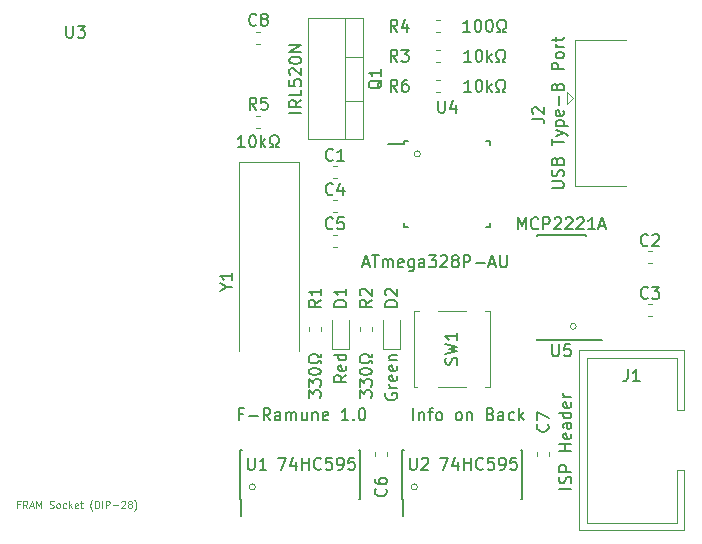
<source format=gto>
G04 #@! TF.GenerationSoftware,KiCad,Pcbnew,(5.1.0)-1*
G04 #@! TF.CreationDate,2019-05-24T23:33:48-04:00*
G04 #@! TF.ProjectId,f-ramune_avr,662d7261-6d75-46e6-955f-6176722e6b69,rev?*
G04 #@! TF.SameCoordinates,Original*
G04 #@! TF.FileFunction,Legend,Top*
G04 #@! TF.FilePolarity,Positive*
%FSLAX46Y46*%
G04 Gerber Fmt 4.6, Leading zero omitted, Abs format (unit mm)*
G04 Created by KiCad (PCBNEW (5.1.0)-1) date 2019-05-24 23:33:48*
%MOMM*%
%LPD*%
G04 APERTURE LIST*
%ADD10C,0.150000*%
%ADD11C,0.120000*%
%ADD12C,0.090000*%
G04 APERTURE END LIST*
D10*
X143312142Y-118308380D02*
X143312142Y-117308380D01*
X143788333Y-117641714D02*
X143788333Y-118308380D01*
X143788333Y-117736952D02*
X143835952Y-117689333D01*
X143931190Y-117641714D01*
X144074047Y-117641714D01*
X144169285Y-117689333D01*
X144216904Y-117784571D01*
X144216904Y-118308380D01*
X144550238Y-117641714D02*
X144931190Y-117641714D01*
X144693095Y-118308380D02*
X144693095Y-117451238D01*
X144740714Y-117356000D01*
X144835952Y-117308380D01*
X144931190Y-117308380D01*
X145407380Y-118308380D02*
X145312142Y-118260761D01*
X145264523Y-118213142D01*
X145216904Y-118117904D01*
X145216904Y-117832190D01*
X145264523Y-117736952D01*
X145312142Y-117689333D01*
X145407380Y-117641714D01*
X145550238Y-117641714D01*
X145645476Y-117689333D01*
X145693095Y-117736952D01*
X145740714Y-117832190D01*
X145740714Y-118117904D01*
X145693095Y-118213142D01*
X145645476Y-118260761D01*
X145550238Y-118308380D01*
X145407380Y-118308380D01*
X147074047Y-118308380D02*
X146978809Y-118260761D01*
X146931190Y-118213142D01*
X146883571Y-118117904D01*
X146883571Y-117832190D01*
X146931190Y-117736952D01*
X146978809Y-117689333D01*
X147074047Y-117641714D01*
X147216904Y-117641714D01*
X147312142Y-117689333D01*
X147359761Y-117736952D01*
X147407380Y-117832190D01*
X147407380Y-118117904D01*
X147359761Y-118213142D01*
X147312142Y-118260761D01*
X147216904Y-118308380D01*
X147074047Y-118308380D01*
X147835952Y-117641714D02*
X147835952Y-118308380D01*
X147835952Y-117736952D02*
X147883571Y-117689333D01*
X147978809Y-117641714D01*
X148121666Y-117641714D01*
X148216904Y-117689333D01*
X148264523Y-117784571D01*
X148264523Y-118308380D01*
X149835952Y-117784571D02*
X149978809Y-117832190D01*
X150026428Y-117879809D01*
X150074047Y-117975047D01*
X150074047Y-118117904D01*
X150026428Y-118213142D01*
X149978809Y-118260761D01*
X149883571Y-118308380D01*
X149502619Y-118308380D01*
X149502619Y-117308380D01*
X149835952Y-117308380D01*
X149931190Y-117356000D01*
X149978809Y-117403619D01*
X150026428Y-117498857D01*
X150026428Y-117594095D01*
X149978809Y-117689333D01*
X149931190Y-117736952D01*
X149835952Y-117784571D01*
X149502619Y-117784571D01*
X150931190Y-118308380D02*
X150931190Y-117784571D01*
X150883571Y-117689333D01*
X150788333Y-117641714D01*
X150597857Y-117641714D01*
X150502619Y-117689333D01*
X150931190Y-118260761D02*
X150835952Y-118308380D01*
X150597857Y-118308380D01*
X150502619Y-118260761D01*
X150455000Y-118165523D01*
X150455000Y-118070285D01*
X150502619Y-117975047D01*
X150597857Y-117927428D01*
X150835952Y-117927428D01*
X150931190Y-117879809D01*
X151835952Y-118260761D02*
X151740714Y-118308380D01*
X151550238Y-118308380D01*
X151455000Y-118260761D01*
X151407380Y-118213142D01*
X151359761Y-118117904D01*
X151359761Y-117832190D01*
X151407380Y-117736952D01*
X151455000Y-117689333D01*
X151550238Y-117641714D01*
X151740714Y-117641714D01*
X151835952Y-117689333D01*
X152264523Y-118308380D02*
X152264523Y-117308380D01*
X152359761Y-117927428D02*
X152645476Y-118308380D01*
X152645476Y-117641714D02*
X152264523Y-118022666D01*
X128858000Y-117784571D02*
X128524666Y-117784571D01*
X128524666Y-118308380D02*
X128524666Y-117308380D01*
X129000857Y-117308380D01*
X129381809Y-117927428D02*
X130143714Y-117927428D01*
X131191333Y-118308380D02*
X130858000Y-117832190D01*
X130619904Y-118308380D02*
X130619904Y-117308380D01*
X131000857Y-117308380D01*
X131096095Y-117356000D01*
X131143714Y-117403619D01*
X131191333Y-117498857D01*
X131191333Y-117641714D01*
X131143714Y-117736952D01*
X131096095Y-117784571D01*
X131000857Y-117832190D01*
X130619904Y-117832190D01*
X132048476Y-118308380D02*
X132048476Y-117784571D01*
X132000857Y-117689333D01*
X131905619Y-117641714D01*
X131715142Y-117641714D01*
X131619904Y-117689333D01*
X132048476Y-118260761D02*
X131953238Y-118308380D01*
X131715142Y-118308380D01*
X131619904Y-118260761D01*
X131572285Y-118165523D01*
X131572285Y-118070285D01*
X131619904Y-117975047D01*
X131715142Y-117927428D01*
X131953238Y-117927428D01*
X132048476Y-117879809D01*
X132524666Y-118308380D02*
X132524666Y-117641714D01*
X132524666Y-117736952D02*
X132572285Y-117689333D01*
X132667523Y-117641714D01*
X132810380Y-117641714D01*
X132905619Y-117689333D01*
X132953238Y-117784571D01*
X132953238Y-118308380D01*
X132953238Y-117784571D02*
X133000857Y-117689333D01*
X133096095Y-117641714D01*
X133238952Y-117641714D01*
X133334190Y-117689333D01*
X133381809Y-117784571D01*
X133381809Y-118308380D01*
X134286571Y-117641714D02*
X134286571Y-118308380D01*
X133858000Y-117641714D02*
X133858000Y-118165523D01*
X133905619Y-118260761D01*
X134000857Y-118308380D01*
X134143714Y-118308380D01*
X134238952Y-118260761D01*
X134286571Y-118213142D01*
X134762761Y-117641714D02*
X134762761Y-118308380D01*
X134762761Y-117736952D02*
X134810380Y-117689333D01*
X134905619Y-117641714D01*
X135048476Y-117641714D01*
X135143714Y-117689333D01*
X135191333Y-117784571D01*
X135191333Y-118308380D01*
X136048476Y-118260761D02*
X135953238Y-118308380D01*
X135762761Y-118308380D01*
X135667523Y-118260761D01*
X135619904Y-118165523D01*
X135619904Y-117784571D01*
X135667523Y-117689333D01*
X135762761Y-117641714D01*
X135953238Y-117641714D01*
X136048476Y-117689333D01*
X136096095Y-117784571D01*
X136096095Y-117879809D01*
X135619904Y-117975047D01*
X137810380Y-118308380D02*
X137238952Y-118308380D01*
X137524666Y-118308380D02*
X137524666Y-117308380D01*
X137429428Y-117451238D01*
X137334190Y-117546476D01*
X137238952Y-117594095D01*
X138238952Y-118213142D02*
X138286571Y-118260761D01*
X138238952Y-118308380D01*
X138191333Y-118260761D01*
X138238952Y-118213142D01*
X138238952Y-118308380D01*
X138905619Y-117308380D02*
X139000857Y-117308380D01*
X139096095Y-117356000D01*
X139143714Y-117403619D01*
X139191333Y-117498857D01*
X139238952Y-117689333D01*
X139238952Y-117927428D01*
X139191333Y-118117904D01*
X139143714Y-118213142D01*
X139096095Y-118260761D01*
X139000857Y-118308380D01*
X138905619Y-118308380D01*
X138810380Y-118260761D01*
X138762761Y-118213142D01*
X138715142Y-118117904D01*
X138667523Y-117927428D01*
X138667523Y-117689333D01*
X138715142Y-117498857D01*
X138762761Y-117403619D01*
X138810380Y-117356000D01*
X138905619Y-117308380D01*
D11*
X129921000Y-123952000D02*
G75*
G03X129921000Y-123952000I-254000J0D01*
G01*
D10*
X128656000Y-125011000D02*
X128681000Y-125011000D01*
X128656000Y-120861000D02*
X128761000Y-120861000D01*
X138806000Y-120861000D02*
X138701000Y-120861000D01*
X138806000Y-125011000D02*
X138701000Y-125011000D01*
X128656000Y-125011000D02*
X128656000Y-120861000D01*
X138806000Y-125011000D02*
X138806000Y-120861000D01*
X128681000Y-125011000D02*
X128681000Y-126386000D01*
D11*
X161283000Y-86149000D02*
X157023000Y-86149000D01*
X157023000Y-86149000D02*
X157023000Y-98469000D01*
X157023000Y-98469000D02*
X161283000Y-98469000D01*
X156803000Y-91059000D02*
X156303000Y-90559000D01*
X156303000Y-90559000D02*
X156303000Y-91559000D01*
X156303000Y-91559000D02*
X156803000Y-91059000D01*
X133614000Y-112453000D02*
X133614000Y-96478000D01*
X133614000Y-96478000D02*
X128514000Y-96478000D01*
X128514000Y-96478000D02*
X128514000Y-112453000D01*
X143758000Y-109058000D02*
X143348000Y-109058000D01*
X143348000Y-109058000D02*
X143348000Y-115478000D01*
X143348000Y-115478000D02*
X143628000Y-115478000D01*
X145358000Y-115478000D02*
X147758000Y-115478000D01*
X149358000Y-115478000D02*
X149768000Y-115478000D01*
X149768000Y-115478000D02*
X149768000Y-109058000D01*
X149768000Y-109058000D02*
X149358000Y-109058000D01*
X147758000Y-109058000D02*
X145358000Y-109058000D01*
X140743000Y-109817000D02*
X140743000Y-112277000D01*
X140743000Y-112277000D02*
X142213000Y-112277000D01*
X142213000Y-112277000D02*
X142213000Y-109817000D01*
X136425000Y-109817000D02*
X136425000Y-112277000D01*
X136425000Y-112277000D02*
X137895000Y-112277000D01*
X137895000Y-112277000D02*
X137895000Y-109817000D01*
X157099000Y-110363000D02*
G75*
G03X157099000Y-110363000I-254000J0D01*
G01*
D10*
X157904000Y-111511000D02*
X157904000Y-111486000D01*
X153754000Y-111511000D02*
X153754000Y-111396000D01*
X153754000Y-102611000D02*
X153754000Y-102726000D01*
X157904000Y-102611000D02*
X157904000Y-102726000D01*
X157904000Y-111511000D02*
X153754000Y-111511000D01*
X157904000Y-102611000D02*
X153754000Y-102611000D01*
X157904000Y-111486000D02*
X159279000Y-111486000D01*
D11*
X143637000Y-123952000D02*
G75*
G03X143637000Y-123952000I-254000J0D01*
G01*
D10*
X142372000Y-125011000D02*
X142397000Y-125011000D01*
X142372000Y-120861000D02*
X142477000Y-120861000D01*
X152522000Y-120861000D02*
X152417000Y-120861000D01*
X152522000Y-125011000D02*
X152417000Y-125011000D01*
X142372000Y-125011000D02*
X142372000Y-120861000D01*
X152522000Y-125011000D02*
X152522000Y-120861000D01*
X142397000Y-125011000D02*
X142397000Y-126386000D01*
D11*
X143891000Y-95758000D02*
G75*
G03X143891000Y-95758000I-254000J0D01*
G01*
D10*
X142552000Y-94898000D02*
X141127000Y-94898000D01*
X149802000Y-94673000D02*
X149477000Y-94673000D01*
X149802000Y-101923000D02*
X149477000Y-101923000D01*
X142552000Y-101923000D02*
X142877000Y-101923000D01*
X142552000Y-94673000D02*
X142877000Y-94673000D01*
X142552000Y-101923000D02*
X142552000Y-101598000D01*
X149802000Y-101923000D02*
X149802000Y-101598000D01*
X149802000Y-94673000D02*
X149802000Y-94998000D01*
X142552000Y-94673000D02*
X142552000Y-94898000D01*
D11*
X145243733Y-89533000D02*
X145586267Y-89533000D01*
X145243733Y-90553000D02*
X145586267Y-90553000D01*
X130003733Y-92581000D02*
X130346267Y-92581000D01*
X130003733Y-93601000D02*
X130346267Y-93601000D01*
X145243733Y-84453000D02*
X145586267Y-84453000D01*
X145243733Y-85473000D02*
X145586267Y-85473000D01*
X145243733Y-86993000D02*
X145586267Y-86993000D01*
X145243733Y-88013000D02*
X145586267Y-88013000D01*
X138809000Y-110788267D02*
X138809000Y-110445733D01*
X139829000Y-110788267D02*
X139829000Y-110445733D01*
X134491000Y-110788267D02*
X134491000Y-110445733D01*
X135511000Y-110788267D02*
X135511000Y-110445733D01*
X130346267Y-86489000D02*
X130003733Y-86489000D01*
X130346267Y-85469000D02*
X130003733Y-85469000D01*
X153795000Y-121329267D02*
X153795000Y-120986733D01*
X154815000Y-121329267D02*
X154815000Y-120986733D01*
X140079000Y-121329267D02*
X140079000Y-120986733D01*
X141099000Y-121329267D02*
X141099000Y-120986733D01*
X136480733Y-102614000D02*
X136823267Y-102614000D01*
X136480733Y-103634000D02*
X136823267Y-103634000D01*
X136480733Y-99693000D02*
X136823267Y-99693000D01*
X136480733Y-100713000D02*
X136823267Y-100713000D01*
X163493267Y-109476000D02*
X163150733Y-109476000D01*
X163493267Y-108456000D02*
X163150733Y-108456000D01*
X163150733Y-104011000D02*
X163493267Y-104011000D01*
X163150733Y-105031000D02*
X163493267Y-105031000D01*
X136823267Y-97792000D02*
X136480733Y-97792000D01*
X136823267Y-96772000D02*
X136480733Y-96772000D01*
X166243000Y-122555000D02*
X166243000Y-127635000D01*
X165608000Y-122555000D02*
X166243000Y-122555000D01*
X165608000Y-127000000D02*
X165608000Y-122555000D01*
X157988000Y-127000000D02*
X165608000Y-127000000D01*
X157988000Y-113030000D02*
X157988000Y-127000000D01*
X165608000Y-113030000D02*
X157988000Y-113030000D01*
X165608000Y-117475000D02*
X165608000Y-113030000D01*
X166243000Y-117475000D02*
X165608000Y-117475000D01*
X166243000Y-112395000D02*
X166243000Y-117475000D01*
X166243000Y-127635000D02*
X157353000Y-127635000D01*
X157353000Y-112395000D02*
X166243000Y-112395000D01*
X157353000Y-127635000D02*
X157353000Y-112395000D01*
X139018000Y-91259000D02*
X137508000Y-91259000D01*
X139018000Y-87558000D02*
X137508000Y-87558000D01*
X137508000Y-84288000D02*
X137508000Y-94528000D01*
X139018000Y-94528000D02*
X134377000Y-94528000D01*
X139018000Y-84288000D02*
X134377000Y-84288000D01*
X134377000Y-84288000D02*
X134377000Y-94528000D01*
X139018000Y-84288000D02*
X139018000Y-94528000D01*
D10*
X129286095Y-121499380D02*
X129286095Y-122308904D01*
X129333714Y-122404142D01*
X129381333Y-122451761D01*
X129476571Y-122499380D01*
X129667047Y-122499380D01*
X129762285Y-122451761D01*
X129809904Y-122404142D01*
X129857523Y-122308904D01*
X129857523Y-121499380D01*
X130857523Y-122499380D02*
X130286095Y-122499380D01*
X130571809Y-122499380D02*
X130571809Y-121499380D01*
X130476571Y-121642238D01*
X130381333Y-121737476D01*
X130286095Y-121785095D01*
X131866095Y-121499380D02*
X132532761Y-121499380D01*
X132104190Y-122499380D01*
X133342285Y-121832714D02*
X133342285Y-122499380D01*
X133104190Y-121451761D02*
X132866095Y-122166047D01*
X133485142Y-122166047D01*
X133866095Y-122499380D02*
X133866095Y-121499380D01*
X133866095Y-121975571D02*
X134437523Y-121975571D01*
X134437523Y-122499380D02*
X134437523Y-121499380D01*
X135485142Y-122404142D02*
X135437523Y-122451761D01*
X135294666Y-122499380D01*
X135199428Y-122499380D01*
X135056571Y-122451761D01*
X134961333Y-122356523D01*
X134913714Y-122261285D01*
X134866095Y-122070809D01*
X134866095Y-121927952D01*
X134913714Y-121737476D01*
X134961333Y-121642238D01*
X135056571Y-121547000D01*
X135199428Y-121499380D01*
X135294666Y-121499380D01*
X135437523Y-121547000D01*
X135485142Y-121594619D01*
X136389904Y-121499380D02*
X135913714Y-121499380D01*
X135866095Y-121975571D01*
X135913714Y-121927952D01*
X136008952Y-121880333D01*
X136247047Y-121880333D01*
X136342285Y-121927952D01*
X136389904Y-121975571D01*
X136437523Y-122070809D01*
X136437523Y-122308904D01*
X136389904Y-122404142D01*
X136342285Y-122451761D01*
X136247047Y-122499380D01*
X136008952Y-122499380D01*
X135913714Y-122451761D01*
X135866095Y-122404142D01*
X136913714Y-122499380D02*
X137104190Y-122499380D01*
X137199428Y-122451761D01*
X137247047Y-122404142D01*
X137342285Y-122261285D01*
X137389904Y-122070809D01*
X137389904Y-121689857D01*
X137342285Y-121594619D01*
X137294666Y-121547000D01*
X137199428Y-121499380D01*
X137008952Y-121499380D01*
X136913714Y-121547000D01*
X136866095Y-121594619D01*
X136818476Y-121689857D01*
X136818476Y-121927952D01*
X136866095Y-122023190D01*
X136913714Y-122070809D01*
X137008952Y-122118428D01*
X137199428Y-122118428D01*
X137294666Y-122070809D01*
X137342285Y-122023190D01*
X137389904Y-121927952D01*
X138294666Y-121499380D02*
X137818476Y-121499380D01*
X137770857Y-121975571D01*
X137818476Y-121927952D01*
X137913714Y-121880333D01*
X138151809Y-121880333D01*
X138247047Y-121927952D01*
X138294666Y-121975571D01*
X138342285Y-122070809D01*
X138342285Y-122308904D01*
X138294666Y-122404142D01*
X138247047Y-122451761D01*
X138151809Y-122499380D01*
X137913714Y-122499380D01*
X137818476Y-122451761D01*
X137770857Y-122404142D01*
X113919095Y-84923380D02*
X113919095Y-85732904D01*
X113966714Y-85828142D01*
X114014333Y-85875761D01*
X114109571Y-85923380D01*
X114300047Y-85923380D01*
X114395285Y-85875761D01*
X114442904Y-85828142D01*
X114490523Y-85732904D01*
X114490523Y-84923380D01*
X114871476Y-84923380D02*
X115490523Y-84923380D01*
X115157190Y-85304333D01*
X115300047Y-85304333D01*
X115395285Y-85351952D01*
X115442904Y-85399571D01*
X115490523Y-85494809D01*
X115490523Y-85732904D01*
X115442904Y-85828142D01*
X115395285Y-85875761D01*
X115300047Y-85923380D01*
X115014333Y-85923380D01*
X114919095Y-85875761D01*
X114871476Y-85828142D01*
D12*
X109965142Y-125433142D02*
X109765142Y-125433142D01*
X109765142Y-125747428D02*
X109765142Y-125147428D01*
X110050857Y-125147428D01*
X110622285Y-125747428D02*
X110422285Y-125461714D01*
X110279428Y-125747428D02*
X110279428Y-125147428D01*
X110508000Y-125147428D01*
X110565142Y-125176000D01*
X110593714Y-125204571D01*
X110622285Y-125261714D01*
X110622285Y-125347428D01*
X110593714Y-125404571D01*
X110565142Y-125433142D01*
X110508000Y-125461714D01*
X110279428Y-125461714D01*
X110850857Y-125576000D02*
X111136571Y-125576000D01*
X110793714Y-125747428D02*
X110993714Y-125147428D01*
X111193714Y-125747428D01*
X111393714Y-125747428D02*
X111393714Y-125147428D01*
X111593714Y-125576000D01*
X111793714Y-125147428D01*
X111793714Y-125747428D01*
X112508000Y-125718857D02*
X112593714Y-125747428D01*
X112736571Y-125747428D01*
X112793714Y-125718857D01*
X112822285Y-125690285D01*
X112850857Y-125633142D01*
X112850857Y-125576000D01*
X112822285Y-125518857D01*
X112793714Y-125490285D01*
X112736571Y-125461714D01*
X112622285Y-125433142D01*
X112565142Y-125404571D01*
X112536571Y-125376000D01*
X112508000Y-125318857D01*
X112508000Y-125261714D01*
X112536571Y-125204571D01*
X112565142Y-125176000D01*
X112622285Y-125147428D01*
X112765142Y-125147428D01*
X112850857Y-125176000D01*
X113193714Y-125747428D02*
X113136571Y-125718857D01*
X113108000Y-125690285D01*
X113079428Y-125633142D01*
X113079428Y-125461714D01*
X113108000Y-125404571D01*
X113136571Y-125376000D01*
X113193714Y-125347428D01*
X113279428Y-125347428D01*
X113336571Y-125376000D01*
X113365142Y-125404571D01*
X113393714Y-125461714D01*
X113393714Y-125633142D01*
X113365142Y-125690285D01*
X113336571Y-125718857D01*
X113279428Y-125747428D01*
X113193714Y-125747428D01*
X113908000Y-125718857D02*
X113850857Y-125747428D01*
X113736571Y-125747428D01*
X113679428Y-125718857D01*
X113650857Y-125690285D01*
X113622285Y-125633142D01*
X113622285Y-125461714D01*
X113650857Y-125404571D01*
X113679428Y-125376000D01*
X113736571Y-125347428D01*
X113850857Y-125347428D01*
X113908000Y-125376000D01*
X114165142Y-125747428D02*
X114165142Y-125147428D01*
X114222285Y-125518857D02*
X114393714Y-125747428D01*
X114393714Y-125347428D02*
X114165142Y-125576000D01*
X114879428Y-125718857D02*
X114822285Y-125747428D01*
X114708000Y-125747428D01*
X114650857Y-125718857D01*
X114622285Y-125661714D01*
X114622285Y-125433142D01*
X114650857Y-125376000D01*
X114708000Y-125347428D01*
X114822285Y-125347428D01*
X114879428Y-125376000D01*
X114908000Y-125433142D01*
X114908000Y-125490285D01*
X114622285Y-125547428D01*
X115079428Y-125347428D02*
X115308000Y-125347428D01*
X115165142Y-125147428D02*
X115165142Y-125661714D01*
X115193714Y-125718857D01*
X115250857Y-125747428D01*
X115308000Y-125747428D01*
X116136571Y-125976000D02*
X116108000Y-125947428D01*
X116050857Y-125861714D01*
X116022285Y-125804571D01*
X115993714Y-125718857D01*
X115965142Y-125576000D01*
X115965142Y-125461714D01*
X115993714Y-125318857D01*
X116022285Y-125233142D01*
X116050857Y-125176000D01*
X116108000Y-125090285D01*
X116136571Y-125061714D01*
X116365142Y-125747428D02*
X116365142Y-125147428D01*
X116508000Y-125147428D01*
X116593714Y-125176000D01*
X116650857Y-125233142D01*
X116679428Y-125290285D01*
X116708000Y-125404571D01*
X116708000Y-125490285D01*
X116679428Y-125604571D01*
X116650857Y-125661714D01*
X116593714Y-125718857D01*
X116508000Y-125747428D01*
X116365142Y-125747428D01*
X116965142Y-125747428D02*
X116965142Y-125147428D01*
X117250857Y-125747428D02*
X117250857Y-125147428D01*
X117479428Y-125147428D01*
X117536571Y-125176000D01*
X117565142Y-125204571D01*
X117593714Y-125261714D01*
X117593714Y-125347428D01*
X117565142Y-125404571D01*
X117536571Y-125433142D01*
X117479428Y-125461714D01*
X117250857Y-125461714D01*
X117850857Y-125518857D02*
X118308000Y-125518857D01*
X118565142Y-125204571D02*
X118593714Y-125176000D01*
X118650857Y-125147428D01*
X118793714Y-125147428D01*
X118850857Y-125176000D01*
X118879428Y-125204571D01*
X118908000Y-125261714D01*
X118908000Y-125318857D01*
X118879428Y-125404571D01*
X118536571Y-125747428D01*
X118908000Y-125747428D01*
X119250857Y-125404571D02*
X119193714Y-125376000D01*
X119165142Y-125347428D01*
X119136571Y-125290285D01*
X119136571Y-125261714D01*
X119165142Y-125204571D01*
X119193714Y-125176000D01*
X119250857Y-125147428D01*
X119365142Y-125147428D01*
X119422285Y-125176000D01*
X119450857Y-125204571D01*
X119479428Y-125261714D01*
X119479428Y-125290285D01*
X119450857Y-125347428D01*
X119422285Y-125376000D01*
X119365142Y-125404571D01*
X119250857Y-125404571D01*
X119193714Y-125433142D01*
X119165142Y-125461714D01*
X119136571Y-125518857D01*
X119136571Y-125633142D01*
X119165142Y-125690285D01*
X119193714Y-125718857D01*
X119250857Y-125747428D01*
X119365142Y-125747428D01*
X119422285Y-125718857D01*
X119450857Y-125690285D01*
X119479428Y-125633142D01*
X119479428Y-125518857D01*
X119450857Y-125461714D01*
X119422285Y-125433142D01*
X119365142Y-125404571D01*
X119679428Y-125976000D02*
X119708000Y-125947428D01*
X119765142Y-125861714D01*
X119793714Y-125804571D01*
X119822285Y-125718857D01*
X119850857Y-125576000D01*
X119850857Y-125461714D01*
X119822285Y-125318857D01*
X119793714Y-125233142D01*
X119765142Y-125176000D01*
X119708000Y-125090285D01*
X119679428Y-125061714D01*
D10*
X153376380Y-92789333D02*
X154090666Y-92789333D01*
X154233523Y-92836952D01*
X154328761Y-92932190D01*
X154376380Y-93075047D01*
X154376380Y-93170285D01*
X153471619Y-92360761D02*
X153424000Y-92313142D01*
X153376380Y-92217904D01*
X153376380Y-91979809D01*
X153424000Y-91884571D01*
X153471619Y-91836952D01*
X153566857Y-91789333D01*
X153662095Y-91789333D01*
X153804952Y-91836952D01*
X154376380Y-92408380D01*
X154376380Y-91789333D01*
X155027380Y-98662333D02*
X155836904Y-98662333D01*
X155932142Y-98614714D01*
X155979761Y-98567095D01*
X156027380Y-98471857D01*
X156027380Y-98281380D01*
X155979761Y-98186142D01*
X155932142Y-98138523D01*
X155836904Y-98090904D01*
X155027380Y-98090904D01*
X155979761Y-97662333D02*
X156027380Y-97519476D01*
X156027380Y-97281380D01*
X155979761Y-97186142D01*
X155932142Y-97138523D01*
X155836904Y-97090904D01*
X155741666Y-97090904D01*
X155646428Y-97138523D01*
X155598809Y-97186142D01*
X155551190Y-97281380D01*
X155503571Y-97471857D01*
X155455952Y-97567095D01*
X155408333Y-97614714D01*
X155313095Y-97662333D01*
X155217857Y-97662333D01*
X155122619Y-97614714D01*
X155075000Y-97567095D01*
X155027380Y-97471857D01*
X155027380Y-97233761D01*
X155075000Y-97090904D01*
X155503571Y-96329000D02*
X155551190Y-96186142D01*
X155598809Y-96138523D01*
X155694047Y-96090904D01*
X155836904Y-96090904D01*
X155932142Y-96138523D01*
X155979761Y-96186142D01*
X156027380Y-96281380D01*
X156027380Y-96662333D01*
X155027380Y-96662333D01*
X155027380Y-96329000D01*
X155075000Y-96233761D01*
X155122619Y-96186142D01*
X155217857Y-96138523D01*
X155313095Y-96138523D01*
X155408333Y-96186142D01*
X155455952Y-96233761D01*
X155503571Y-96329000D01*
X155503571Y-96662333D01*
X155027380Y-95043285D02*
X155027380Y-94471857D01*
X156027380Y-94757571D02*
X155027380Y-94757571D01*
X155360714Y-94233761D02*
X156027380Y-93995666D01*
X155360714Y-93757571D02*
X156027380Y-93995666D01*
X156265476Y-94090904D01*
X156313095Y-94138523D01*
X156360714Y-94233761D01*
X155360714Y-93376619D02*
X156360714Y-93376619D01*
X155408333Y-93376619D02*
X155360714Y-93281380D01*
X155360714Y-93090904D01*
X155408333Y-92995666D01*
X155455952Y-92948047D01*
X155551190Y-92900428D01*
X155836904Y-92900428D01*
X155932142Y-92948047D01*
X155979761Y-92995666D01*
X156027380Y-93090904D01*
X156027380Y-93281380D01*
X155979761Y-93376619D01*
X155979761Y-92090904D02*
X156027380Y-92186142D01*
X156027380Y-92376619D01*
X155979761Y-92471857D01*
X155884523Y-92519476D01*
X155503571Y-92519476D01*
X155408333Y-92471857D01*
X155360714Y-92376619D01*
X155360714Y-92186142D01*
X155408333Y-92090904D01*
X155503571Y-92043285D01*
X155598809Y-92043285D01*
X155694047Y-92519476D01*
X155646428Y-91614714D02*
X155646428Y-90852809D01*
X155503571Y-90043285D02*
X155551190Y-89900428D01*
X155598809Y-89852809D01*
X155694047Y-89805190D01*
X155836904Y-89805190D01*
X155932142Y-89852809D01*
X155979761Y-89900428D01*
X156027380Y-89995666D01*
X156027380Y-90376619D01*
X155027380Y-90376619D01*
X155027380Y-90043285D01*
X155075000Y-89948047D01*
X155122619Y-89900428D01*
X155217857Y-89852809D01*
X155313095Y-89852809D01*
X155408333Y-89900428D01*
X155455952Y-89948047D01*
X155503571Y-90043285D01*
X155503571Y-90376619D01*
X156027380Y-88614714D02*
X155027380Y-88614714D01*
X155027380Y-88233761D01*
X155075000Y-88138523D01*
X155122619Y-88090904D01*
X155217857Y-88043285D01*
X155360714Y-88043285D01*
X155455952Y-88090904D01*
X155503571Y-88138523D01*
X155551190Y-88233761D01*
X155551190Y-88614714D01*
X156027380Y-87471857D02*
X155979761Y-87567095D01*
X155932142Y-87614714D01*
X155836904Y-87662333D01*
X155551190Y-87662333D01*
X155455952Y-87614714D01*
X155408333Y-87567095D01*
X155360714Y-87471857D01*
X155360714Y-87329000D01*
X155408333Y-87233761D01*
X155455952Y-87186142D01*
X155551190Y-87138523D01*
X155836904Y-87138523D01*
X155932142Y-87186142D01*
X155979761Y-87233761D01*
X156027380Y-87329000D01*
X156027380Y-87471857D01*
X156027380Y-86709952D02*
X155360714Y-86709952D01*
X155551190Y-86709952D02*
X155455952Y-86662333D01*
X155408333Y-86614714D01*
X155360714Y-86519476D01*
X155360714Y-86424238D01*
X155360714Y-86233761D02*
X155360714Y-85852809D01*
X155027380Y-86090904D02*
X155884523Y-86090904D01*
X155979761Y-86043285D01*
X156027380Y-85948047D01*
X156027380Y-85852809D01*
X127484190Y-107029190D02*
X127960380Y-107029190D01*
X126960380Y-107362523D02*
X127484190Y-107029190D01*
X126960380Y-106695857D01*
X127960380Y-105838714D02*
X127960380Y-106410142D01*
X127960380Y-106124428D02*
X126960380Y-106124428D01*
X127103238Y-106219666D01*
X127198476Y-106314904D01*
X127246095Y-106410142D01*
X146962761Y-113601333D02*
X147010380Y-113458476D01*
X147010380Y-113220380D01*
X146962761Y-113125142D01*
X146915142Y-113077523D01*
X146819904Y-113029904D01*
X146724666Y-113029904D01*
X146629428Y-113077523D01*
X146581809Y-113125142D01*
X146534190Y-113220380D01*
X146486571Y-113410857D01*
X146438952Y-113506095D01*
X146391333Y-113553714D01*
X146296095Y-113601333D01*
X146200857Y-113601333D01*
X146105619Y-113553714D01*
X146058000Y-113506095D01*
X146010380Y-113410857D01*
X146010380Y-113172761D01*
X146058000Y-113029904D01*
X146010380Y-112696571D02*
X147010380Y-112458476D01*
X146296095Y-112268000D01*
X147010380Y-112077523D01*
X146010380Y-111839428D01*
X147010380Y-110934666D02*
X147010380Y-111506095D01*
X147010380Y-111220380D02*
X146010380Y-111220380D01*
X146153238Y-111315619D01*
X146248476Y-111410857D01*
X146296095Y-111506095D01*
X141930380Y-108688095D02*
X140930380Y-108688095D01*
X140930380Y-108450000D01*
X140978000Y-108307142D01*
X141073238Y-108211904D01*
X141168476Y-108164285D01*
X141358952Y-108116666D01*
X141501809Y-108116666D01*
X141692285Y-108164285D01*
X141787523Y-108211904D01*
X141882761Y-108307142D01*
X141930380Y-108450000D01*
X141930380Y-108688095D01*
X141025619Y-107735714D02*
X140978000Y-107688095D01*
X140930380Y-107592857D01*
X140930380Y-107354761D01*
X140978000Y-107259523D01*
X141025619Y-107211904D01*
X141120857Y-107164285D01*
X141216095Y-107164285D01*
X141358952Y-107211904D01*
X141930380Y-107783333D01*
X141930380Y-107164285D01*
X140978000Y-116038142D02*
X140930380Y-116133380D01*
X140930380Y-116276238D01*
X140978000Y-116419095D01*
X141073238Y-116514333D01*
X141168476Y-116561952D01*
X141358952Y-116609571D01*
X141501809Y-116609571D01*
X141692285Y-116561952D01*
X141787523Y-116514333D01*
X141882761Y-116419095D01*
X141930380Y-116276238D01*
X141930380Y-116181000D01*
X141882761Y-116038142D01*
X141835142Y-115990523D01*
X141501809Y-115990523D01*
X141501809Y-116181000D01*
X141930380Y-115561952D02*
X141263714Y-115561952D01*
X141454190Y-115561952D02*
X141358952Y-115514333D01*
X141311333Y-115466714D01*
X141263714Y-115371476D01*
X141263714Y-115276238D01*
X141882761Y-114561952D02*
X141930380Y-114657190D01*
X141930380Y-114847666D01*
X141882761Y-114942904D01*
X141787523Y-114990523D01*
X141406571Y-114990523D01*
X141311333Y-114942904D01*
X141263714Y-114847666D01*
X141263714Y-114657190D01*
X141311333Y-114561952D01*
X141406571Y-114514333D01*
X141501809Y-114514333D01*
X141597047Y-114990523D01*
X141882761Y-113704809D02*
X141930380Y-113800047D01*
X141930380Y-113990523D01*
X141882761Y-114085761D01*
X141787523Y-114133380D01*
X141406571Y-114133380D01*
X141311333Y-114085761D01*
X141263714Y-113990523D01*
X141263714Y-113800047D01*
X141311333Y-113704809D01*
X141406571Y-113657190D01*
X141501809Y-113657190D01*
X141597047Y-114133380D01*
X141263714Y-113228619D02*
X141930380Y-113228619D01*
X141358952Y-113228619D02*
X141311333Y-113181000D01*
X141263714Y-113085761D01*
X141263714Y-112942904D01*
X141311333Y-112847666D01*
X141406571Y-112800047D01*
X141930380Y-112800047D01*
X137612380Y-108688095D02*
X136612380Y-108688095D01*
X136612380Y-108450000D01*
X136660000Y-108307142D01*
X136755238Y-108211904D01*
X136850476Y-108164285D01*
X137040952Y-108116666D01*
X137183809Y-108116666D01*
X137374285Y-108164285D01*
X137469523Y-108211904D01*
X137564761Y-108307142D01*
X137612380Y-108450000D01*
X137612380Y-108688095D01*
X137612380Y-107164285D02*
X137612380Y-107735714D01*
X137612380Y-107450000D02*
X136612380Y-107450000D01*
X136755238Y-107545238D01*
X136850476Y-107640476D01*
X136898095Y-107735714D01*
X137612380Y-114490428D02*
X137136190Y-114823761D01*
X137612380Y-115061857D02*
X136612380Y-115061857D01*
X136612380Y-114680904D01*
X136660000Y-114585666D01*
X136707619Y-114538047D01*
X136802857Y-114490428D01*
X136945714Y-114490428D01*
X137040952Y-114538047D01*
X137088571Y-114585666D01*
X137136190Y-114680904D01*
X137136190Y-115061857D01*
X137564761Y-113680904D02*
X137612380Y-113776142D01*
X137612380Y-113966619D01*
X137564761Y-114061857D01*
X137469523Y-114109476D01*
X137088571Y-114109476D01*
X136993333Y-114061857D01*
X136945714Y-113966619D01*
X136945714Y-113776142D01*
X136993333Y-113680904D01*
X137088571Y-113633285D01*
X137183809Y-113633285D01*
X137279047Y-114109476D01*
X137612380Y-112776142D02*
X136612380Y-112776142D01*
X137564761Y-112776142D02*
X137612380Y-112871380D01*
X137612380Y-113061857D01*
X137564761Y-113157095D01*
X137517142Y-113204714D01*
X137421904Y-113252333D01*
X137136190Y-113252333D01*
X137040952Y-113204714D01*
X136993333Y-113157095D01*
X136945714Y-113061857D01*
X136945714Y-112871380D01*
X136993333Y-112776142D01*
X155067095Y-111888380D02*
X155067095Y-112697904D01*
X155114714Y-112793142D01*
X155162333Y-112840761D01*
X155257571Y-112888380D01*
X155448047Y-112888380D01*
X155543285Y-112840761D01*
X155590904Y-112793142D01*
X155638523Y-112697904D01*
X155638523Y-111888380D01*
X156590904Y-111888380D02*
X156114714Y-111888380D01*
X156067095Y-112364571D01*
X156114714Y-112316952D01*
X156209952Y-112269333D01*
X156448047Y-112269333D01*
X156543285Y-112316952D01*
X156590904Y-112364571D01*
X156638523Y-112459809D01*
X156638523Y-112697904D01*
X156590904Y-112793142D01*
X156543285Y-112840761D01*
X156448047Y-112888380D01*
X156209952Y-112888380D01*
X156114714Y-112840761D01*
X156067095Y-112793142D01*
X152162333Y-102138380D02*
X152162333Y-101138380D01*
X152495666Y-101852666D01*
X152829000Y-101138380D01*
X152829000Y-102138380D01*
X153876619Y-102043142D02*
X153829000Y-102090761D01*
X153686142Y-102138380D01*
X153590904Y-102138380D01*
X153448047Y-102090761D01*
X153352809Y-101995523D01*
X153305190Y-101900285D01*
X153257571Y-101709809D01*
X153257571Y-101566952D01*
X153305190Y-101376476D01*
X153352809Y-101281238D01*
X153448047Y-101186000D01*
X153590904Y-101138380D01*
X153686142Y-101138380D01*
X153829000Y-101186000D01*
X153876619Y-101233619D01*
X154305190Y-102138380D02*
X154305190Y-101138380D01*
X154686142Y-101138380D01*
X154781380Y-101186000D01*
X154829000Y-101233619D01*
X154876619Y-101328857D01*
X154876619Y-101471714D01*
X154829000Y-101566952D01*
X154781380Y-101614571D01*
X154686142Y-101662190D01*
X154305190Y-101662190D01*
X155257571Y-101233619D02*
X155305190Y-101186000D01*
X155400428Y-101138380D01*
X155638523Y-101138380D01*
X155733761Y-101186000D01*
X155781380Y-101233619D01*
X155829000Y-101328857D01*
X155829000Y-101424095D01*
X155781380Y-101566952D01*
X155209952Y-102138380D01*
X155829000Y-102138380D01*
X156209952Y-101233619D02*
X156257571Y-101186000D01*
X156352809Y-101138380D01*
X156590904Y-101138380D01*
X156686142Y-101186000D01*
X156733761Y-101233619D01*
X156781380Y-101328857D01*
X156781380Y-101424095D01*
X156733761Y-101566952D01*
X156162333Y-102138380D01*
X156781380Y-102138380D01*
X157162333Y-101233619D02*
X157209952Y-101186000D01*
X157305190Y-101138380D01*
X157543285Y-101138380D01*
X157638523Y-101186000D01*
X157686142Y-101233619D01*
X157733761Y-101328857D01*
X157733761Y-101424095D01*
X157686142Y-101566952D01*
X157114714Y-102138380D01*
X157733761Y-102138380D01*
X158686142Y-102138380D02*
X158114714Y-102138380D01*
X158400428Y-102138380D02*
X158400428Y-101138380D01*
X158305190Y-101281238D01*
X158209952Y-101376476D01*
X158114714Y-101424095D01*
X159067095Y-101852666D02*
X159543285Y-101852666D01*
X158971857Y-102138380D02*
X159305190Y-101138380D01*
X159638523Y-102138380D01*
X143002095Y-121499380D02*
X143002095Y-122308904D01*
X143049714Y-122404142D01*
X143097333Y-122451761D01*
X143192571Y-122499380D01*
X143383047Y-122499380D01*
X143478285Y-122451761D01*
X143525904Y-122404142D01*
X143573523Y-122308904D01*
X143573523Y-121499380D01*
X144002095Y-121594619D02*
X144049714Y-121547000D01*
X144144952Y-121499380D01*
X144383047Y-121499380D01*
X144478285Y-121547000D01*
X144525904Y-121594619D01*
X144573523Y-121689857D01*
X144573523Y-121785095D01*
X144525904Y-121927952D01*
X143954476Y-122499380D01*
X144573523Y-122499380D01*
X145582095Y-121499380D02*
X146248761Y-121499380D01*
X145820190Y-122499380D01*
X147058285Y-121832714D02*
X147058285Y-122499380D01*
X146820190Y-121451761D02*
X146582095Y-122166047D01*
X147201142Y-122166047D01*
X147582095Y-122499380D02*
X147582095Y-121499380D01*
X147582095Y-121975571D02*
X148153523Y-121975571D01*
X148153523Y-122499380D02*
X148153523Y-121499380D01*
X149201142Y-122404142D02*
X149153523Y-122451761D01*
X149010666Y-122499380D01*
X148915428Y-122499380D01*
X148772571Y-122451761D01*
X148677333Y-122356523D01*
X148629714Y-122261285D01*
X148582095Y-122070809D01*
X148582095Y-121927952D01*
X148629714Y-121737476D01*
X148677333Y-121642238D01*
X148772571Y-121547000D01*
X148915428Y-121499380D01*
X149010666Y-121499380D01*
X149153523Y-121547000D01*
X149201142Y-121594619D01*
X150105904Y-121499380D02*
X149629714Y-121499380D01*
X149582095Y-121975571D01*
X149629714Y-121927952D01*
X149724952Y-121880333D01*
X149963047Y-121880333D01*
X150058285Y-121927952D01*
X150105904Y-121975571D01*
X150153523Y-122070809D01*
X150153523Y-122308904D01*
X150105904Y-122404142D01*
X150058285Y-122451761D01*
X149963047Y-122499380D01*
X149724952Y-122499380D01*
X149629714Y-122451761D01*
X149582095Y-122404142D01*
X150629714Y-122499380D02*
X150820190Y-122499380D01*
X150915428Y-122451761D01*
X150963047Y-122404142D01*
X151058285Y-122261285D01*
X151105904Y-122070809D01*
X151105904Y-121689857D01*
X151058285Y-121594619D01*
X151010666Y-121547000D01*
X150915428Y-121499380D01*
X150724952Y-121499380D01*
X150629714Y-121547000D01*
X150582095Y-121594619D01*
X150534476Y-121689857D01*
X150534476Y-121927952D01*
X150582095Y-122023190D01*
X150629714Y-122070809D01*
X150724952Y-122118428D01*
X150915428Y-122118428D01*
X151010666Y-122070809D01*
X151058285Y-122023190D01*
X151105904Y-121927952D01*
X152010666Y-121499380D02*
X151534476Y-121499380D01*
X151486857Y-121975571D01*
X151534476Y-121927952D01*
X151629714Y-121880333D01*
X151867809Y-121880333D01*
X151963047Y-121927952D01*
X152010666Y-121975571D01*
X152058285Y-122070809D01*
X152058285Y-122308904D01*
X152010666Y-122404142D01*
X151963047Y-122451761D01*
X151867809Y-122499380D01*
X151629714Y-122499380D01*
X151534476Y-122451761D01*
X151486857Y-122404142D01*
X145415095Y-91273380D02*
X145415095Y-92082904D01*
X145462714Y-92178142D01*
X145510333Y-92225761D01*
X145605571Y-92273380D01*
X145796047Y-92273380D01*
X145891285Y-92225761D01*
X145938904Y-92178142D01*
X145986523Y-92082904D01*
X145986523Y-91273380D01*
X146891285Y-91606714D02*
X146891285Y-92273380D01*
X146653190Y-91225761D02*
X146415095Y-91940047D01*
X147034142Y-91940047D01*
X139041952Y-105068666D02*
X139518142Y-105068666D01*
X138946714Y-105354380D02*
X139280047Y-104354380D01*
X139613380Y-105354380D01*
X139803857Y-104354380D02*
X140375285Y-104354380D01*
X140089571Y-105354380D02*
X140089571Y-104354380D01*
X140708619Y-105354380D02*
X140708619Y-104687714D01*
X140708619Y-104782952D02*
X140756238Y-104735333D01*
X140851476Y-104687714D01*
X140994333Y-104687714D01*
X141089571Y-104735333D01*
X141137190Y-104830571D01*
X141137190Y-105354380D01*
X141137190Y-104830571D02*
X141184809Y-104735333D01*
X141280047Y-104687714D01*
X141422904Y-104687714D01*
X141518142Y-104735333D01*
X141565761Y-104830571D01*
X141565761Y-105354380D01*
X142422904Y-105306761D02*
X142327666Y-105354380D01*
X142137190Y-105354380D01*
X142041952Y-105306761D01*
X141994333Y-105211523D01*
X141994333Y-104830571D01*
X142041952Y-104735333D01*
X142137190Y-104687714D01*
X142327666Y-104687714D01*
X142422904Y-104735333D01*
X142470523Y-104830571D01*
X142470523Y-104925809D01*
X141994333Y-105021047D01*
X143327666Y-104687714D02*
X143327666Y-105497238D01*
X143280047Y-105592476D01*
X143232428Y-105640095D01*
X143137190Y-105687714D01*
X142994333Y-105687714D01*
X142899095Y-105640095D01*
X143327666Y-105306761D02*
X143232428Y-105354380D01*
X143041952Y-105354380D01*
X142946714Y-105306761D01*
X142899095Y-105259142D01*
X142851476Y-105163904D01*
X142851476Y-104878190D01*
X142899095Y-104782952D01*
X142946714Y-104735333D01*
X143041952Y-104687714D01*
X143232428Y-104687714D01*
X143327666Y-104735333D01*
X144232428Y-105354380D02*
X144232428Y-104830571D01*
X144184809Y-104735333D01*
X144089571Y-104687714D01*
X143899095Y-104687714D01*
X143803857Y-104735333D01*
X144232428Y-105306761D02*
X144137190Y-105354380D01*
X143899095Y-105354380D01*
X143803857Y-105306761D01*
X143756238Y-105211523D01*
X143756238Y-105116285D01*
X143803857Y-105021047D01*
X143899095Y-104973428D01*
X144137190Y-104973428D01*
X144232428Y-104925809D01*
X144613380Y-104354380D02*
X145232428Y-104354380D01*
X144899095Y-104735333D01*
X145041952Y-104735333D01*
X145137190Y-104782952D01*
X145184809Y-104830571D01*
X145232428Y-104925809D01*
X145232428Y-105163904D01*
X145184809Y-105259142D01*
X145137190Y-105306761D01*
X145041952Y-105354380D01*
X144756238Y-105354380D01*
X144661000Y-105306761D01*
X144613380Y-105259142D01*
X145613380Y-104449619D02*
X145661000Y-104402000D01*
X145756238Y-104354380D01*
X145994333Y-104354380D01*
X146089571Y-104402000D01*
X146137190Y-104449619D01*
X146184809Y-104544857D01*
X146184809Y-104640095D01*
X146137190Y-104782952D01*
X145565761Y-105354380D01*
X146184809Y-105354380D01*
X146756238Y-104782952D02*
X146661000Y-104735333D01*
X146613380Y-104687714D01*
X146565761Y-104592476D01*
X146565761Y-104544857D01*
X146613380Y-104449619D01*
X146661000Y-104402000D01*
X146756238Y-104354380D01*
X146946714Y-104354380D01*
X147041952Y-104402000D01*
X147089571Y-104449619D01*
X147137190Y-104544857D01*
X147137190Y-104592476D01*
X147089571Y-104687714D01*
X147041952Y-104735333D01*
X146946714Y-104782952D01*
X146756238Y-104782952D01*
X146661000Y-104830571D01*
X146613380Y-104878190D01*
X146565761Y-104973428D01*
X146565761Y-105163904D01*
X146613380Y-105259142D01*
X146661000Y-105306761D01*
X146756238Y-105354380D01*
X146946714Y-105354380D01*
X147041952Y-105306761D01*
X147089571Y-105259142D01*
X147137190Y-105163904D01*
X147137190Y-104973428D01*
X147089571Y-104878190D01*
X147041952Y-104830571D01*
X146946714Y-104782952D01*
X147565761Y-105354380D02*
X147565761Y-104354380D01*
X147946714Y-104354380D01*
X148041952Y-104402000D01*
X148089571Y-104449619D01*
X148137190Y-104544857D01*
X148137190Y-104687714D01*
X148089571Y-104782952D01*
X148041952Y-104830571D01*
X147946714Y-104878190D01*
X147565761Y-104878190D01*
X148565761Y-104973428D02*
X149327666Y-104973428D01*
X149756238Y-105068666D02*
X150232428Y-105068666D01*
X149661000Y-105354380D02*
X149994333Y-104354380D01*
X150327666Y-105354380D01*
X150661000Y-104354380D02*
X150661000Y-105163904D01*
X150708619Y-105259142D01*
X150756238Y-105306761D01*
X150851476Y-105354380D01*
X151041952Y-105354380D01*
X151137190Y-105306761D01*
X151184809Y-105259142D01*
X151232428Y-105163904D01*
X151232428Y-104354380D01*
X141946333Y-90495380D02*
X141613000Y-90019190D01*
X141374904Y-90495380D02*
X141374904Y-89495380D01*
X141755857Y-89495380D01*
X141851095Y-89543000D01*
X141898714Y-89590619D01*
X141946333Y-89685857D01*
X141946333Y-89828714D01*
X141898714Y-89923952D01*
X141851095Y-89971571D01*
X141755857Y-90019190D01*
X141374904Y-90019190D01*
X142803476Y-89495380D02*
X142613000Y-89495380D01*
X142517761Y-89543000D01*
X142470142Y-89590619D01*
X142374904Y-89733476D01*
X142327285Y-89923952D01*
X142327285Y-90304904D01*
X142374904Y-90400142D01*
X142422523Y-90447761D01*
X142517761Y-90495380D01*
X142708238Y-90495380D01*
X142803476Y-90447761D01*
X142851095Y-90400142D01*
X142898714Y-90304904D01*
X142898714Y-90066809D01*
X142851095Y-89971571D01*
X142803476Y-89923952D01*
X142708238Y-89876333D01*
X142517761Y-89876333D01*
X142422523Y-89923952D01*
X142374904Y-89971571D01*
X142327285Y-90066809D01*
X148185333Y-90495380D02*
X147613904Y-90495380D01*
X147899619Y-90495380D02*
X147899619Y-89495380D01*
X147804380Y-89638238D01*
X147709142Y-89733476D01*
X147613904Y-89781095D01*
X148804380Y-89495380D02*
X148899619Y-89495380D01*
X148994857Y-89543000D01*
X149042476Y-89590619D01*
X149090095Y-89685857D01*
X149137714Y-89876333D01*
X149137714Y-90114428D01*
X149090095Y-90304904D01*
X149042476Y-90400142D01*
X148994857Y-90447761D01*
X148899619Y-90495380D01*
X148804380Y-90495380D01*
X148709142Y-90447761D01*
X148661523Y-90400142D01*
X148613904Y-90304904D01*
X148566285Y-90114428D01*
X148566285Y-89876333D01*
X148613904Y-89685857D01*
X148661523Y-89590619D01*
X148709142Y-89543000D01*
X148804380Y-89495380D01*
X149566285Y-90495380D02*
X149566285Y-89495380D01*
X149661523Y-90114428D02*
X149947238Y-90495380D01*
X149947238Y-89828714D02*
X149566285Y-90209666D01*
X150328190Y-90495380D02*
X150566285Y-90495380D01*
X150566285Y-90304904D01*
X150471047Y-90257285D01*
X150375809Y-90162047D01*
X150328190Y-90019190D01*
X150328190Y-89781095D01*
X150375809Y-89638238D01*
X150471047Y-89543000D01*
X150613904Y-89495380D01*
X150804380Y-89495380D01*
X150947238Y-89543000D01*
X151042476Y-89638238D01*
X151090095Y-89781095D01*
X151090095Y-90019190D01*
X151042476Y-90162047D01*
X150947238Y-90257285D01*
X150852000Y-90304904D01*
X150852000Y-90495380D01*
X151090095Y-90495380D01*
X130008333Y-92019380D02*
X129675000Y-91543190D01*
X129436904Y-92019380D02*
X129436904Y-91019380D01*
X129817857Y-91019380D01*
X129913095Y-91067000D01*
X129960714Y-91114619D01*
X130008333Y-91209857D01*
X130008333Y-91352714D01*
X129960714Y-91447952D01*
X129913095Y-91495571D01*
X129817857Y-91543190D01*
X129436904Y-91543190D01*
X130913095Y-91019380D02*
X130436904Y-91019380D01*
X130389285Y-91495571D01*
X130436904Y-91447952D01*
X130532142Y-91400333D01*
X130770238Y-91400333D01*
X130865476Y-91447952D01*
X130913095Y-91495571D01*
X130960714Y-91590809D01*
X130960714Y-91828904D01*
X130913095Y-91924142D01*
X130865476Y-91971761D01*
X130770238Y-92019380D01*
X130532142Y-92019380D01*
X130436904Y-91971761D01*
X130389285Y-91924142D01*
X129008333Y-95194380D02*
X128436904Y-95194380D01*
X128722619Y-95194380D02*
X128722619Y-94194380D01*
X128627380Y-94337238D01*
X128532142Y-94432476D01*
X128436904Y-94480095D01*
X129627380Y-94194380D02*
X129722619Y-94194380D01*
X129817857Y-94242000D01*
X129865476Y-94289619D01*
X129913095Y-94384857D01*
X129960714Y-94575333D01*
X129960714Y-94813428D01*
X129913095Y-95003904D01*
X129865476Y-95099142D01*
X129817857Y-95146761D01*
X129722619Y-95194380D01*
X129627380Y-95194380D01*
X129532142Y-95146761D01*
X129484523Y-95099142D01*
X129436904Y-95003904D01*
X129389285Y-94813428D01*
X129389285Y-94575333D01*
X129436904Y-94384857D01*
X129484523Y-94289619D01*
X129532142Y-94242000D01*
X129627380Y-94194380D01*
X130389285Y-95194380D02*
X130389285Y-94194380D01*
X130484523Y-94813428D02*
X130770238Y-95194380D01*
X130770238Y-94527714D02*
X130389285Y-94908666D01*
X131151190Y-95194380D02*
X131389285Y-95194380D01*
X131389285Y-95003904D01*
X131294047Y-94956285D01*
X131198809Y-94861047D01*
X131151190Y-94718190D01*
X131151190Y-94480095D01*
X131198809Y-94337238D01*
X131294047Y-94242000D01*
X131436904Y-94194380D01*
X131627380Y-94194380D01*
X131770238Y-94242000D01*
X131865476Y-94337238D01*
X131913095Y-94480095D01*
X131913095Y-94718190D01*
X131865476Y-94861047D01*
X131770238Y-94956285D01*
X131675000Y-95003904D01*
X131675000Y-95194380D01*
X131913095Y-95194380D01*
X141946333Y-85415380D02*
X141613000Y-84939190D01*
X141374904Y-85415380D02*
X141374904Y-84415380D01*
X141755857Y-84415380D01*
X141851095Y-84463000D01*
X141898714Y-84510619D01*
X141946333Y-84605857D01*
X141946333Y-84748714D01*
X141898714Y-84843952D01*
X141851095Y-84891571D01*
X141755857Y-84939190D01*
X141374904Y-84939190D01*
X142803476Y-84748714D02*
X142803476Y-85415380D01*
X142565380Y-84367761D02*
X142327285Y-85082047D01*
X142946333Y-85082047D01*
X148113904Y-85415380D02*
X147542476Y-85415380D01*
X147828190Y-85415380D02*
X147828190Y-84415380D01*
X147732952Y-84558238D01*
X147637714Y-84653476D01*
X147542476Y-84701095D01*
X148732952Y-84415380D02*
X148828190Y-84415380D01*
X148923428Y-84463000D01*
X148971047Y-84510619D01*
X149018666Y-84605857D01*
X149066285Y-84796333D01*
X149066285Y-85034428D01*
X149018666Y-85224904D01*
X148971047Y-85320142D01*
X148923428Y-85367761D01*
X148828190Y-85415380D01*
X148732952Y-85415380D01*
X148637714Y-85367761D01*
X148590095Y-85320142D01*
X148542476Y-85224904D01*
X148494857Y-85034428D01*
X148494857Y-84796333D01*
X148542476Y-84605857D01*
X148590095Y-84510619D01*
X148637714Y-84463000D01*
X148732952Y-84415380D01*
X149685333Y-84415380D02*
X149780571Y-84415380D01*
X149875809Y-84463000D01*
X149923428Y-84510619D01*
X149971047Y-84605857D01*
X150018666Y-84796333D01*
X150018666Y-85034428D01*
X149971047Y-85224904D01*
X149923428Y-85320142D01*
X149875809Y-85367761D01*
X149780571Y-85415380D01*
X149685333Y-85415380D01*
X149590095Y-85367761D01*
X149542476Y-85320142D01*
X149494857Y-85224904D01*
X149447238Y-85034428D01*
X149447238Y-84796333D01*
X149494857Y-84605857D01*
X149542476Y-84510619D01*
X149590095Y-84463000D01*
X149685333Y-84415380D01*
X150399619Y-85415380D02*
X150637714Y-85415380D01*
X150637714Y-85224904D01*
X150542476Y-85177285D01*
X150447238Y-85082047D01*
X150399619Y-84939190D01*
X150399619Y-84701095D01*
X150447238Y-84558238D01*
X150542476Y-84463000D01*
X150685333Y-84415380D01*
X150875809Y-84415380D01*
X151018666Y-84463000D01*
X151113904Y-84558238D01*
X151161523Y-84701095D01*
X151161523Y-84939190D01*
X151113904Y-85082047D01*
X151018666Y-85177285D01*
X150923428Y-85224904D01*
X150923428Y-85415380D01*
X151161523Y-85415380D01*
X141946333Y-87955380D02*
X141613000Y-87479190D01*
X141374904Y-87955380D02*
X141374904Y-86955380D01*
X141755857Y-86955380D01*
X141851095Y-87003000D01*
X141898714Y-87050619D01*
X141946333Y-87145857D01*
X141946333Y-87288714D01*
X141898714Y-87383952D01*
X141851095Y-87431571D01*
X141755857Y-87479190D01*
X141374904Y-87479190D01*
X142279666Y-86955380D02*
X142898714Y-86955380D01*
X142565380Y-87336333D01*
X142708238Y-87336333D01*
X142803476Y-87383952D01*
X142851095Y-87431571D01*
X142898714Y-87526809D01*
X142898714Y-87764904D01*
X142851095Y-87860142D01*
X142803476Y-87907761D01*
X142708238Y-87955380D01*
X142422523Y-87955380D01*
X142327285Y-87907761D01*
X142279666Y-87860142D01*
X148185333Y-87955380D02*
X147613904Y-87955380D01*
X147899619Y-87955380D02*
X147899619Y-86955380D01*
X147804380Y-87098238D01*
X147709142Y-87193476D01*
X147613904Y-87241095D01*
X148804380Y-86955380D02*
X148899619Y-86955380D01*
X148994857Y-87003000D01*
X149042476Y-87050619D01*
X149090095Y-87145857D01*
X149137714Y-87336333D01*
X149137714Y-87574428D01*
X149090095Y-87764904D01*
X149042476Y-87860142D01*
X148994857Y-87907761D01*
X148899619Y-87955380D01*
X148804380Y-87955380D01*
X148709142Y-87907761D01*
X148661523Y-87860142D01*
X148613904Y-87764904D01*
X148566285Y-87574428D01*
X148566285Y-87336333D01*
X148613904Y-87145857D01*
X148661523Y-87050619D01*
X148709142Y-87003000D01*
X148804380Y-86955380D01*
X149566285Y-87955380D02*
X149566285Y-86955380D01*
X149661523Y-87574428D02*
X149947238Y-87955380D01*
X149947238Y-87288714D02*
X149566285Y-87669666D01*
X150328190Y-87955380D02*
X150566285Y-87955380D01*
X150566285Y-87764904D01*
X150471047Y-87717285D01*
X150375809Y-87622047D01*
X150328190Y-87479190D01*
X150328190Y-87241095D01*
X150375809Y-87098238D01*
X150471047Y-87003000D01*
X150613904Y-86955380D01*
X150804380Y-86955380D01*
X150947238Y-87003000D01*
X151042476Y-87098238D01*
X151090095Y-87241095D01*
X151090095Y-87479190D01*
X151042476Y-87622047D01*
X150947238Y-87717285D01*
X150852000Y-87764904D01*
X150852000Y-87955380D01*
X151090095Y-87955380D01*
X139771380Y-108116666D02*
X139295190Y-108450000D01*
X139771380Y-108688095D02*
X138771380Y-108688095D01*
X138771380Y-108307142D01*
X138819000Y-108211904D01*
X138866619Y-108164285D01*
X138961857Y-108116666D01*
X139104714Y-108116666D01*
X139199952Y-108164285D01*
X139247571Y-108211904D01*
X139295190Y-108307142D01*
X139295190Y-108688095D01*
X138866619Y-107735714D02*
X138819000Y-107688095D01*
X138771380Y-107592857D01*
X138771380Y-107354761D01*
X138819000Y-107259523D01*
X138866619Y-107211904D01*
X138961857Y-107164285D01*
X139057095Y-107164285D01*
X139199952Y-107211904D01*
X139771380Y-107783333D01*
X139771380Y-107164285D01*
X138771380Y-116411142D02*
X138771380Y-115792095D01*
X139152333Y-116125428D01*
X139152333Y-115982571D01*
X139199952Y-115887333D01*
X139247571Y-115839714D01*
X139342809Y-115792095D01*
X139580904Y-115792095D01*
X139676142Y-115839714D01*
X139723761Y-115887333D01*
X139771380Y-115982571D01*
X139771380Y-116268285D01*
X139723761Y-116363523D01*
X139676142Y-116411142D01*
X138771380Y-115458761D02*
X138771380Y-114839714D01*
X139152333Y-115173047D01*
X139152333Y-115030190D01*
X139199952Y-114934952D01*
X139247571Y-114887333D01*
X139342809Y-114839714D01*
X139580904Y-114839714D01*
X139676142Y-114887333D01*
X139723761Y-114934952D01*
X139771380Y-115030190D01*
X139771380Y-115315904D01*
X139723761Y-115411142D01*
X139676142Y-115458761D01*
X138771380Y-114220666D02*
X138771380Y-114125428D01*
X138819000Y-114030190D01*
X138866619Y-113982571D01*
X138961857Y-113934952D01*
X139152333Y-113887333D01*
X139390428Y-113887333D01*
X139580904Y-113934952D01*
X139676142Y-113982571D01*
X139723761Y-114030190D01*
X139771380Y-114125428D01*
X139771380Y-114220666D01*
X139723761Y-114315904D01*
X139676142Y-114363523D01*
X139580904Y-114411142D01*
X139390428Y-114458761D01*
X139152333Y-114458761D01*
X138961857Y-114411142D01*
X138866619Y-114363523D01*
X138819000Y-114315904D01*
X138771380Y-114220666D01*
X139771380Y-113506380D02*
X139771380Y-113268285D01*
X139580904Y-113268285D01*
X139533285Y-113363523D01*
X139438047Y-113458761D01*
X139295190Y-113506380D01*
X139057095Y-113506380D01*
X138914238Y-113458761D01*
X138819000Y-113363523D01*
X138771380Y-113220666D01*
X138771380Y-113030190D01*
X138819000Y-112887333D01*
X138914238Y-112792095D01*
X139057095Y-112744476D01*
X139295190Y-112744476D01*
X139438047Y-112792095D01*
X139533285Y-112887333D01*
X139580904Y-112982571D01*
X139771380Y-112982571D01*
X139771380Y-112744476D01*
X135453380Y-108116666D02*
X134977190Y-108450000D01*
X135453380Y-108688095D02*
X134453380Y-108688095D01*
X134453380Y-108307142D01*
X134501000Y-108211904D01*
X134548619Y-108164285D01*
X134643857Y-108116666D01*
X134786714Y-108116666D01*
X134881952Y-108164285D01*
X134929571Y-108211904D01*
X134977190Y-108307142D01*
X134977190Y-108688095D01*
X135453380Y-107164285D02*
X135453380Y-107735714D01*
X135453380Y-107450000D02*
X134453380Y-107450000D01*
X134596238Y-107545238D01*
X134691476Y-107640476D01*
X134739095Y-107735714D01*
X134453380Y-116411142D02*
X134453380Y-115792095D01*
X134834333Y-116125428D01*
X134834333Y-115982571D01*
X134881952Y-115887333D01*
X134929571Y-115839714D01*
X135024809Y-115792095D01*
X135262904Y-115792095D01*
X135358142Y-115839714D01*
X135405761Y-115887333D01*
X135453380Y-115982571D01*
X135453380Y-116268285D01*
X135405761Y-116363523D01*
X135358142Y-116411142D01*
X134453380Y-115458761D02*
X134453380Y-114839714D01*
X134834333Y-115173047D01*
X134834333Y-115030190D01*
X134881952Y-114934952D01*
X134929571Y-114887333D01*
X135024809Y-114839714D01*
X135262904Y-114839714D01*
X135358142Y-114887333D01*
X135405761Y-114934952D01*
X135453380Y-115030190D01*
X135453380Y-115315904D01*
X135405761Y-115411142D01*
X135358142Y-115458761D01*
X134453380Y-114220666D02*
X134453380Y-114125428D01*
X134501000Y-114030190D01*
X134548619Y-113982571D01*
X134643857Y-113934952D01*
X134834333Y-113887333D01*
X135072428Y-113887333D01*
X135262904Y-113934952D01*
X135358142Y-113982571D01*
X135405761Y-114030190D01*
X135453380Y-114125428D01*
X135453380Y-114220666D01*
X135405761Y-114315904D01*
X135358142Y-114363523D01*
X135262904Y-114411142D01*
X135072428Y-114458761D01*
X134834333Y-114458761D01*
X134643857Y-114411142D01*
X134548619Y-114363523D01*
X134501000Y-114315904D01*
X134453380Y-114220666D01*
X135453380Y-113506380D02*
X135453380Y-113268285D01*
X135262904Y-113268285D01*
X135215285Y-113363523D01*
X135120047Y-113458761D01*
X134977190Y-113506380D01*
X134739095Y-113506380D01*
X134596238Y-113458761D01*
X134501000Y-113363523D01*
X134453380Y-113220666D01*
X134453380Y-113030190D01*
X134501000Y-112887333D01*
X134596238Y-112792095D01*
X134739095Y-112744476D01*
X134977190Y-112744476D01*
X135120047Y-112792095D01*
X135215285Y-112887333D01*
X135262904Y-112982571D01*
X135453380Y-112982571D01*
X135453380Y-112744476D01*
X130008333Y-84812142D02*
X129960714Y-84859761D01*
X129817857Y-84907380D01*
X129722619Y-84907380D01*
X129579761Y-84859761D01*
X129484523Y-84764523D01*
X129436904Y-84669285D01*
X129389285Y-84478809D01*
X129389285Y-84335952D01*
X129436904Y-84145476D01*
X129484523Y-84050238D01*
X129579761Y-83955000D01*
X129722619Y-83907380D01*
X129817857Y-83907380D01*
X129960714Y-83955000D01*
X130008333Y-84002619D01*
X130579761Y-84335952D02*
X130484523Y-84288333D01*
X130436904Y-84240714D01*
X130389285Y-84145476D01*
X130389285Y-84097857D01*
X130436904Y-84002619D01*
X130484523Y-83955000D01*
X130579761Y-83907380D01*
X130770238Y-83907380D01*
X130865476Y-83955000D01*
X130913095Y-84002619D01*
X130960714Y-84097857D01*
X130960714Y-84145476D01*
X130913095Y-84240714D01*
X130865476Y-84288333D01*
X130770238Y-84335952D01*
X130579761Y-84335952D01*
X130484523Y-84383571D01*
X130436904Y-84431190D01*
X130389285Y-84526428D01*
X130389285Y-84716904D01*
X130436904Y-84812142D01*
X130484523Y-84859761D01*
X130579761Y-84907380D01*
X130770238Y-84907380D01*
X130865476Y-84859761D01*
X130913095Y-84812142D01*
X130960714Y-84716904D01*
X130960714Y-84526428D01*
X130913095Y-84431190D01*
X130865476Y-84383571D01*
X130770238Y-84335952D01*
X154662142Y-118657666D02*
X154709761Y-118705285D01*
X154757380Y-118848142D01*
X154757380Y-118943380D01*
X154709761Y-119086238D01*
X154614523Y-119181476D01*
X154519285Y-119229095D01*
X154328809Y-119276714D01*
X154185952Y-119276714D01*
X153995476Y-119229095D01*
X153900238Y-119181476D01*
X153805000Y-119086238D01*
X153757380Y-118943380D01*
X153757380Y-118848142D01*
X153805000Y-118705285D01*
X153852619Y-118657666D01*
X153757380Y-118324333D02*
X153757380Y-117657666D01*
X154757380Y-118086238D01*
X140946142Y-124118666D02*
X140993761Y-124166285D01*
X141041380Y-124309142D01*
X141041380Y-124404380D01*
X140993761Y-124547238D01*
X140898523Y-124642476D01*
X140803285Y-124690095D01*
X140612809Y-124737714D01*
X140469952Y-124737714D01*
X140279476Y-124690095D01*
X140184238Y-124642476D01*
X140089000Y-124547238D01*
X140041380Y-124404380D01*
X140041380Y-124309142D01*
X140089000Y-124166285D01*
X140136619Y-124118666D01*
X140041380Y-123261523D02*
X140041380Y-123452000D01*
X140089000Y-123547238D01*
X140136619Y-123594857D01*
X140279476Y-123690095D01*
X140469952Y-123737714D01*
X140850904Y-123737714D01*
X140946142Y-123690095D01*
X140993761Y-123642476D01*
X141041380Y-123547238D01*
X141041380Y-123356761D01*
X140993761Y-123261523D01*
X140946142Y-123213904D01*
X140850904Y-123166285D01*
X140612809Y-123166285D01*
X140517571Y-123213904D01*
X140469952Y-123261523D01*
X140422333Y-123356761D01*
X140422333Y-123547238D01*
X140469952Y-123642476D01*
X140517571Y-123690095D01*
X140612809Y-123737714D01*
X136485333Y-102051142D02*
X136437714Y-102098761D01*
X136294857Y-102146380D01*
X136199619Y-102146380D01*
X136056761Y-102098761D01*
X135961523Y-102003523D01*
X135913904Y-101908285D01*
X135866285Y-101717809D01*
X135866285Y-101574952D01*
X135913904Y-101384476D01*
X135961523Y-101289238D01*
X136056761Y-101194000D01*
X136199619Y-101146380D01*
X136294857Y-101146380D01*
X136437714Y-101194000D01*
X136485333Y-101241619D01*
X137390095Y-101146380D02*
X136913904Y-101146380D01*
X136866285Y-101622571D01*
X136913904Y-101574952D01*
X137009142Y-101527333D01*
X137247238Y-101527333D01*
X137342476Y-101574952D01*
X137390095Y-101622571D01*
X137437714Y-101717809D01*
X137437714Y-101955904D01*
X137390095Y-102051142D01*
X137342476Y-102098761D01*
X137247238Y-102146380D01*
X137009142Y-102146380D01*
X136913904Y-102098761D01*
X136866285Y-102051142D01*
X136485333Y-99163142D02*
X136437714Y-99210761D01*
X136294857Y-99258380D01*
X136199619Y-99258380D01*
X136056761Y-99210761D01*
X135961523Y-99115523D01*
X135913904Y-99020285D01*
X135866285Y-98829809D01*
X135866285Y-98686952D01*
X135913904Y-98496476D01*
X135961523Y-98401238D01*
X136056761Y-98306000D01*
X136199619Y-98258380D01*
X136294857Y-98258380D01*
X136437714Y-98306000D01*
X136485333Y-98353619D01*
X137342476Y-98591714D02*
X137342476Y-99258380D01*
X137104380Y-98210761D02*
X136866285Y-98925047D01*
X137485333Y-98925047D01*
X163155333Y-107926142D02*
X163107714Y-107973761D01*
X162964857Y-108021380D01*
X162869619Y-108021380D01*
X162726761Y-107973761D01*
X162631523Y-107878523D01*
X162583904Y-107783285D01*
X162536285Y-107592809D01*
X162536285Y-107449952D01*
X162583904Y-107259476D01*
X162631523Y-107164238D01*
X162726761Y-107069000D01*
X162869619Y-107021380D01*
X162964857Y-107021380D01*
X163107714Y-107069000D01*
X163155333Y-107116619D01*
X163488666Y-107021380D02*
X164107714Y-107021380D01*
X163774380Y-107402333D01*
X163917238Y-107402333D01*
X164012476Y-107449952D01*
X164060095Y-107497571D01*
X164107714Y-107592809D01*
X164107714Y-107830904D01*
X164060095Y-107926142D01*
X164012476Y-107973761D01*
X163917238Y-108021380D01*
X163631523Y-108021380D01*
X163536285Y-107973761D01*
X163488666Y-107926142D01*
X163155333Y-103481142D02*
X163107714Y-103528761D01*
X162964857Y-103576380D01*
X162869619Y-103576380D01*
X162726761Y-103528761D01*
X162631523Y-103433523D01*
X162583904Y-103338285D01*
X162536285Y-103147809D01*
X162536285Y-103004952D01*
X162583904Y-102814476D01*
X162631523Y-102719238D01*
X162726761Y-102624000D01*
X162869619Y-102576380D01*
X162964857Y-102576380D01*
X163107714Y-102624000D01*
X163155333Y-102671619D01*
X163536285Y-102671619D02*
X163583904Y-102624000D01*
X163679142Y-102576380D01*
X163917238Y-102576380D01*
X164012476Y-102624000D01*
X164060095Y-102671619D01*
X164107714Y-102766857D01*
X164107714Y-102862095D01*
X164060095Y-103004952D01*
X163488666Y-103576380D01*
X164107714Y-103576380D01*
X136485333Y-96242142D02*
X136437714Y-96289761D01*
X136294857Y-96337380D01*
X136199619Y-96337380D01*
X136056761Y-96289761D01*
X135961523Y-96194523D01*
X135913904Y-96099285D01*
X135866285Y-95908809D01*
X135866285Y-95765952D01*
X135913904Y-95575476D01*
X135961523Y-95480238D01*
X136056761Y-95385000D01*
X136199619Y-95337380D01*
X136294857Y-95337380D01*
X136437714Y-95385000D01*
X136485333Y-95432619D01*
X137437714Y-96337380D02*
X136866285Y-96337380D01*
X137152000Y-96337380D02*
X137152000Y-95337380D01*
X137056761Y-95480238D01*
X136961523Y-95575476D01*
X136866285Y-95623095D01*
X161464666Y-114006380D02*
X161464666Y-114720666D01*
X161417047Y-114863523D01*
X161321809Y-114958761D01*
X161178952Y-115006380D01*
X161083714Y-115006380D01*
X162464666Y-115006380D02*
X161893238Y-115006380D01*
X162178952Y-115006380D02*
X162178952Y-114006380D01*
X162083714Y-114149238D01*
X161988476Y-114244476D01*
X161893238Y-114292095D01*
X156662380Y-124094380D02*
X155662380Y-124094380D01*
X156614761Y-123665809D02*
X156662380Y-123522952D01*
X156662380Y-123284857D01*
X156614761Y-123189619D01*
X156567142Y-123142000D01*
X156471904Y-123094380D01*
X156376666Y-123094380D01*
X156281428Y-123142000D01*
X156233809Y-123189619D01*
X156186190Y-123284857D01*
X156138571Y-123475333D01*
X156090952Y-123570571D01*
X156043333Y-123618190D01*
X155948095Y-123665809D01*
X155852857Y-123665809D01*
X155757619Y-123618190D01*
X155710000Y-123570571D01*
X155662380Y-123475333D01*
X155662380Y-123237238D01*
X155710000Y-123094380D01*
X156662380Y-122665809D02*
X155662380Y-122665809D01*
X155662380Y-122284857D01*
X155710000Y-122189619D01*
X155757619Y-122142000D01*
X155852857Y-122094380D01*
X155995714Y-122094380D01*
X156090952Y-122142000D01*
X156138571Y-122189619D01*
X156186190Y-122284857D01*
X156186190Y-122665809D01*
X156662380Y-120903904D02*
X155662380Y-120903904D01*
X156138571Y-120903904D02*
X156138571Y-120332476D01*
X156662380Y-120332476D02*
X155662380Y-120332476D01*
X156614761Y-119475333D02*
X156662380Y-119570571D01*
X156662380Y-119761047D01*
X156614761Y-119856285D01*
X156519523Y-119903904D01*
X156138571Y-119903904D01*
X156043333Y-119856285D01*
X155995714Y-119761047D01*
X155995714Y-119570571D01*
X156043333Y-119475333D01*
X156138571Y-119427714D01*
X156233809Y-119427714D01*
X156329047Y-119903904D01*
X156662380Y-118570571D02*
X156138571Y-118570571D01*
X156043333Y-118618190D01*
X155995714Y-118713428D01*
X155995714Y-118903904D01*
X156043333Y-118999142D01*
X156614761Y-118570571D02*
X156662380Y-118665809D01*
X156662380Y-118903904D01*
X156614761Y-118999142D01*
X156519523Y-119046761D01*
X156424285Y-119046761D01*
X156329047Y-118999142D01*
X156281428Y-118903904D01*
X156281428Y-118665809D01*
X156233809Y-118570571D01*
X156662380Y-117665809D02*
X155662380Y-117665809D01*
X156614761Y-117665809D02*
X156662380Y-117761047D01*
X156662380Y-117951523D01*
X156614761Y-118046761D01*
X156567142Y-118094380D01*
X156471904Y-118142000D01*
X156186190Y-118142000D01*
X156090952Y-118094380D01*
X156043333Y-118046761D01*
X155995714Y-117951523D01*
X155995714Y-117761047D01*
X156043333Y-117665809D01*
X156614761Y-116808666D02*
X156662380Y-116903904D01*
X156662380Y-117094380D01*
X156614761Y-117189619D01*
X156519523Y-117237238D01*
X156138571Y-117237238D01*
X156043333Y-117189619D01*
X155995714Y-117094380D01*
X155995714Y-116903904D01*
X156043333Y-116808666D01*
X156138571Y-116761047D01*
X156233809Y-116761047D01*
X156329047Y-117237238D01*
X156662380Y-116332476D02*
X155995714Y-116332476D01*
X156186190Y-116332476D02*
X156090952Y-116284857D01*
X156043333Y-116237238D01*
X155995714Y-116142000D01*
X155995714Y-116046761D01*
X140628619Y-89503238D02*
X140581000Y-89598476D01*
X140485761Y-89693714D01*
X140342904Y-89836571D01*
X140295285Y-89931809D01*
X140295285Y-90027047D01*
X140533380Y-89979428D02*
X140485761Y-90074666D01*
X140390523Y-90169904D01*
X140200047Y-90217523D01*
X139866714Y-90217523D01*
X139676238Y-90169904D01*
X139581000Y-90074666D01*
X139533380Y-89979428D01*
X139533380Y-89788952D01*
X139581000Y-89693714D01*
X139676238Y-89598476D01*
X139866714Y-89550857D01*
X140200047Y-89550857D01*
X140390523Y-89598476D01*
X140485761Y-89693714D01*
X140533380Y-89788952D01*
X140533380Y-89979428D01*
X140533380Y-88598476D02*
X140533380Y-89169904D01*
X140533380Y-88884190D02*
X139533380Y-88884190D01*
X139676238Y-88979428D01*
X139771476Y-89074666D01*
X139819095Y-89169904D01*
X133802380Y-92265142D02*
X132802380Y-92265142D01*
X133802380Y-91217523D02*
X133326190Y-91550857D01*
X133802380Y-91788952D02*
X132802380Y-91788952D01*
X132802380Y-91408000D01*
X132850000Y-91312761D01*
X132897619Y-91265142D01*
X132992857Y-91217523D01*
X133135714Y-91217523D01*
X133230952Y-91265142D01*
X133278571Y-91312761D01*
X133326190Y-91408000D01*
X133326190Y-91788952D01*
X133802380Y-90312761D02*
X133802380Y-90788952D01*
X132802380Y-90788952D01*
X132802380Y-89503238D02*
X132802380Y-89979428D01*
X133278571Y-90027047D01*
X133230952Y-89979428D01*
X133183333Y-89884190D01*
X133183333Y-89646095D01*
X133230952Y-89550857D01*
X133278571Y-89503238D01*
X133373809Y-89455619D01*
X133611904Y-89455619D01*
X133707142Y-89503238D01*
X133754761Y-89550857D01*
X133802380Y-89646095D01*
X133802380Y-89884190D01*
X133754761Y-89979428D01*
X133707142Y-90027047D01*
X132897619Y-89074666D02*
X132850000Y-89027047D01*
X132802380Y-88931809D01*
X132802380Y-88693714D01*
X132850000Y-88598476D01*
X132897619Y-88550857D01*
X132992857Y-88503238D01*
X133088095Y-88503238D01*
X133230952Y-88550857D01*
X133802380Y-89122285D01*
X133802380Y-88503238D01*
X132802380Y-87884190D02*
X132802380Y-87788952D01*
X132850000Y-87693714D01*
X132897619Y-87646095D01*
X132992857Y-87598476D01*
X133183333Y-87550857D01*
X133421428Y-87550857D01*
X133611904Y-87598476D01*
X133707142Y-87646095D01*
X133754761Y-87693714D01*
X133802380Y-87788952D01*
X133802380Y-87884190D01*
X133754761Y-87979428D01*
X133707142Y-88027047D01*
X133611904Y-88074666D01*
X133421428Y-88122285D01*
X133183333Y-88122285D01*
X132992857Y-88074666D01*
X132897619Y-88027047D01*
X132850000Y-87979428D01*
X132802380Y-87884190D01*
X133802380Y-87122285D02*
X132802380Y-87122285D01*
X133802380Y-86550857D01*
X132802380Y-86550857D01*
M02*

</source>
